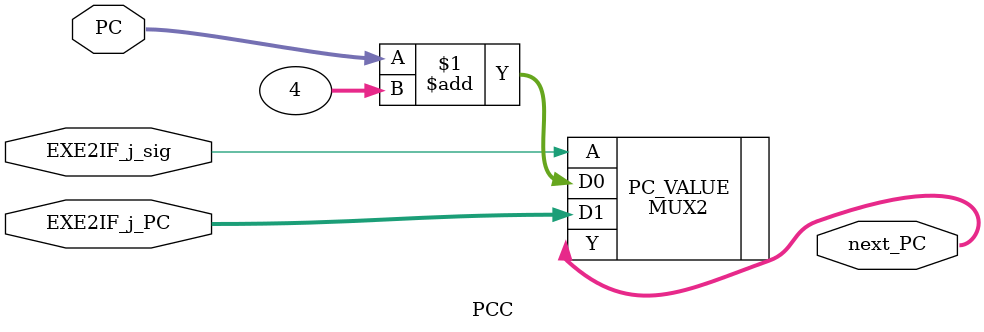
<source format=v>
`timescale 1ns / 1ps
module PCC(
input[31:0]         PC,//µ±Ç°PC
output[31:0]        next_PC,//ÏÂÒ»ÅÄµÄPC

input               EXE2IF_j_sig,//Ö´ÐÐ¼¶¸ø³öµÄÌø×ª±êÖ¾Î»
input[31:0]         EXE2IF_j_PC//Ìø×ªµØÖ·
    );

MUX2#(.WIDTH(32))PC_VALUE(
.D0(PC + 'b100),.D1(EXE2IF_j_PC),.A(EXE2IF_j_sig),.Y(next_PC)
);
endmodule

</source>
